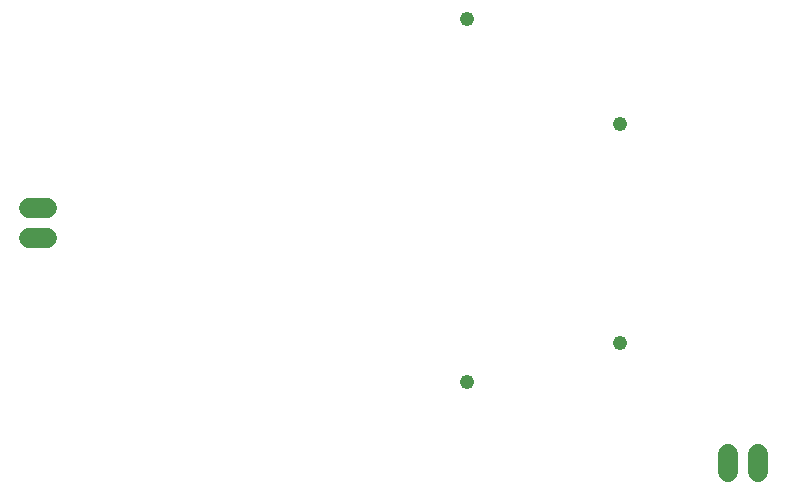
<source format=gbs>
G75*
%MOIN*%
%OFA0B0*%
%FSLAX25Y25*%
%IPPOS*%
%LPD*%
%AMOC8*
5,1,8,0,0,1.08239X$1,22.5*
%
%ADD10C,0.06737*%
%ADD11C,0.04800*%
D10*
X0020031Y0101800D02*
X0025969Y0101800D01*
X0025969Y0111800D02*
X0020031Y0111800D01*
X0253000Y0029769D02*
X0253000Y0023831D01*
X0263000Y0023831D02*
X0263000Y0029769D01*
D11*
X0217000Y0066800D03*
X0166000Y0053800D03*
X0217000Y0139800D03*
X0166000Y0174800D03*
M02*

</source>
